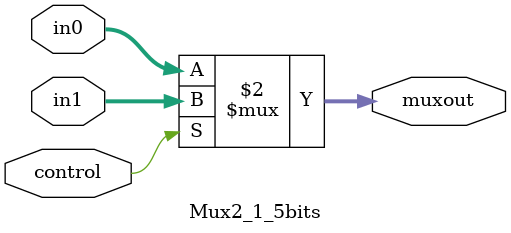
<source format=v>
`timescale 1ns / 1ps


module Mux2_1_5bits (
    input [4:0] in0,
    input [4:0] in1,
    input control,
    output [4:0] muxout
    );
    
    assign  muxout = (control == 0) ? in0 : in1;
endmodule

</source>
